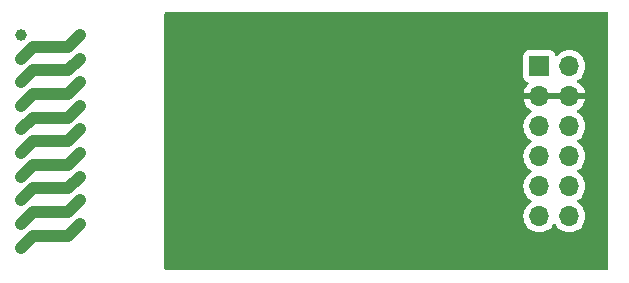
<source format=gbr>
%TF.GenerationSoftware,KiCad,Pcbnew,(6.0.7)*%
%TF.CreationDate,2022-10-03T21:19:44+02:00*%
%TF.ProjectId,RFM9xW_868_PMOD,52464d39-7857-45f3-9836-385f504d4f44,rev?*%
%TF.SameCoordinates,Original*%
%TF.FileFunction,Copper,L2,Bot*%
%TF.FilePolarity,Positive*%
%FSLAX46Y46*%
G04 Gerber Fmt 4.6, Leading zero omitted, Abs format (unit mm)*
G04 Created by KiCad (PCBNEW (6.0.7)) date 2022-10-03 21:19:44*
%MOMM*%
%LPD*%
G01*
G04 APERTURE LIST*
%TA.AperFunction,EtchedComponent*%
%ADD10C,1.000000*%
%TD*%
%TA.AperFunction,ComponentPad*%
%ADD11R,1.700000X1.700000*%
%TD*%
%TA.AperFunction,ComponentPad*%
%ADD12O,1.700000X1.700000*%
%TD*%
%TA.AperFunction,ComponentPad*%
%ADD13C,1.000000*%
%TD*%
G04 APERTURE END LIST*
D10*
%TO.C,AE1*%
X106960000Y-41530000D02*
X109960000Y-41530000D01*
X106960000Y-45530000D02*
X109960000Y-45530000D01*
X109960000Y-41530000D02*
X110960000Y-40530000D01*
X109960000Y-43530000D02*
X110960000Y-42530000D01*
X109960000Y-53530000D02*
X110960000Y-52530000D01*
X105960000Y-54530000D02*
X106960000Y-53530000D01*
X106960000Y-57530000D02*
X109960000Y-57530000D01*
X105960000Y-44530000D02*
X106960000Y-43530000D01*
X106960000Y-51530000D02*
X109960000Y-51530000D01*
X106960000Y-53530000D02*
X109960000Y-53530000D01*
X105960000Y-46530000D02*
X106960000Y-45530000D01*
X109960000Y-57530000D02*
X110960000Y-56530000D01*
X109960000Y-55530000D02*
X110960000Y-54530000D01*
X106960000Y-47530000D02*
X109960000Y-47530000D01*
X106960000Y-55530000D02*
X109960000Y-55530000D01*
X109960000Y-51530000D02*
X110960000Y-50530000D01*
X105960000Y-56530000D02*
X106960000Y-55530000D01*
X105960000Y-58530000D02*
X106960000Y-57530000D01*
X106960000Y-49530000D02*
X109960000Y-49530000D01*
X109960000Y-49530000D02*
X110960000Y-48530000D01*
X105960000Y-42530000D02*
X106960000Y-41530000D01*
X109960000Y-47530000D02*
X110960000Y-46530000D01*
X105960000Y-48530000D02*
X106960000Y-47530000D01*
X109960000Y-45530000D02*
X110960000Y-44530000D01*
X105960000Y-52530000D02*
X106960000Y-51530000D01*
X106960000Y-43530000D02*
X109960000Y-43530000D01*
X105960000Y-50530000D02*
X106960000Y-49530000D01*
%TD*%
D11*
%TO.P,J1,1,Pin_1*%
%TO.N,VCC*%
X149860000Y-43180000D03*
D12*
%TO.P,J1,2,Pin_2*%
X152400000Y-43180000D03*
%TO.P,J1,3,Pin_3*%
%TO.N,GND*%
X149860000Y-45720000D03*
%TO.P,J1,4,Pin_4*%
X152400000Y-45720000D03*
%TO.P,J1,5,Pin_5*%
%TO.N,SCK*%
X149860000Y-48260000D03*
%TO.P,J1,6,Pin_6*%
%TO.N,unconnected-(J1-Pad6)*%
X152400000Y-48260000D03*
%TO.P,J1,7,Pin_7*%
%TO.N,MISO*%
X149860000Y-50800000D03*
%TO.P,J1,8,Pin_8*%
%TO.N,unconnected-(J1-Pad8)*%
X152400000Y-50800000D03*
%TO.P,J1,9,Pin_9*%
%TO.N,MOSI*%
X149860000Y-53340000D03*
%TO.P,J1,10,Pin_10*%
%TO.N,nRESET*%
X152400000Y-53340000D03*
%TO.P,J1,11,Pin_11*%
%TO.N,nCS*%
X149860000Y-55880000D03*
%TO.P,J1,12,Pin_12*%
%TO.N,DIO0*%
X152400000Y-55880000D03*
%TD*%
D13*
%TO.P,AE1,*%
%TO.N,*%
X105960000Y-44530000D03*
X110960000Y-56530000D03*
X110960000Y-54530000D03*
X110960000Y-46530000D03*
X110960000Y-40530000D03*
X105960000Y-46530000D03*
X105960000Y-52530000D03*
X105960000Y-48530000D03*
X105960000Y-54530000D03*
X105960000Y-58530000D03*
X105960000Y-56530000D03*
X105960000Y-50530000D03*
X110960000Y-48530000D03*
X110960000Y-44530000D03*
X105960000Y-40530000D03*
X110960000Y-42530000D03*
X110960000Y-50530000D03*
X110960000Y-52530000D03*
X105960000Y-42530000D03*
%TD*%
%TA.AperFunction,Conductor*%
%TO.N,GND*%
G36*
X155651621Y-38620502D02*
G01*
X155698114Y-38674158D01*
X155709500Y-38726500D01*
X155709500Y-60333500D01*
X155689498Y-60401621D01*
X155635842Y-60448114D01*
X155583500Y-60459500D01*
X118236000Y-60459500D01*
X118167879Y-60439498D01*
X118121386Y-60385842D01*
X118110000Y-60333500D01*
X118110000Y-55880000D01*
X148504341Y-55880000D01*
X148524937Y-56115408D01*
X148586097Y-56343663D01*
X148588419Y-56348643D01*
X148588420Y-56348645D01*
X148670121Y-56523851D01*
X148685965Y-56557829D01*
X148821505Y-56751401D01*
X148988599Y-56918495D01*
X148993107Y-56921652D01*
X148993110Y-56921654D01*
X149177661Y-57050878D01*
X149182170Y-57054035D01*
X149187152Y-57056358D01*
X149187157Y-57056361D01*
X149391355Y-57151580D01*
X149396337Y-57153903D01*
X149401645Y-57155325D01*
X149401647Y-57155326D01*
X149619277Y-57213639D01*
X149624592Y-57215063D01*
X149860000Y-57235659D01*
X150095408Y-57215063D01*
X150100723Y-57213639D01*
X150318353Y-57155326D01*
X150318355Y-57155325D01*
X150323663Y-57153903D01*
X150328645Y-57151580D01*
X150532843Y-57056361D01*
X150532848Y-57056358D01*
X150537830Y-57054035D01*
X150542339Y-57050878D01*
X150726890Y-56921654D01*
X150726893Y-56921652D01*
X150731401Y-56918495D01*
X150898495Y-56751401D01*
X151026787Y-56568180D01*
X151082244Y-56523851D01*
X151152863Y-56516542D01*
X151216224Y-56548572D01*
X151233212Y-56568179D01*
X151361505Y-56751401D01*
X151528599Y-56918495D01*
X151533107Y-56921652D01*
X151533110Y-56921654D01*
X151717661Y-57050878D01*
X151722170Y-57054035D01*
X151727152Y-57056358D01*
X151727157Y-57056361D01*
X151931355Y-57151580D01*
X151936337Y-57153903D01*
X151941645Y-57155325D01*
X151941647Y-57155326D01*
X152159277Y-57213639D01*
X152164592Y-57215063D01*
X152400000Y-57235659D01*
X152635408Y-57215063D01*
X152640723Y-57213639D01*
X152858353Y-57155326D01*
X152858355Y-57155325D01*
X152863663Y-57153903D01*
X152868645Y-57151580D01*
X153072843Y-57056361D01*
X153072848Y-57056358D01*
X153077830Y-57054035D01*
X153082339Y-57050878D01*
X153266890Y-56921654D01*
X153266893Y-56921652D01*
X153271401Y-56918495D01*
X153438495Y-56751401D01*
X153574035Y-56557829D01*
X153589880Y-56523851D01*
X153671580Y-56348645D01*
X153671581Y-56348643D01*
X153673903Y-56343663D01*
X153735063Y-56115408D01*
X153755659Y-55880000D01*
X153735063Y-55644592D01*
X153673903Y-55416337D01*
X153593288Y-55243458D01*
X153576358Y-55207152D01*
X153576356Y-55207149D01*
X153574035Y-55202171D01*
X153438495Y-55008599D01*
X153271401Y-54841505D01*
X153266893Y-54838348D01*
X153266890Y-54838346D01*
X153139408Y-54749082D01*
X153088181Y-54713213D01*
X153043853Y-54657756D01*
X153036544Y-54587137D01*
X153068575Y-54523776D01*
X153088181Y-54506787D01*
X153266890Y-54381654D01*
X153266893Y-54381652D01*
X153271401Y-54378495D01*
X153438495Y-54211401D01*
X153574035Y-54017829D01*
X153589880Y-53983851D01*
X153671580Y-53808645D01*
X153671581Y-53808643D01*
X153673903Y-53803663D01*
X153735063Y-53575408D01*
X153755659Y-53340000D01*
X153735063Y-53104592D01*
X153673903Y-52876337D01*
X153593288Y-52703458D01*
X153576358Y-52667152D01*
X153576356Y-52667149D01*
X153574035Y-52662171D01*
X153438495Y-52468599D01*
X153271401Y-52301505D01*
X153266893Y-52298348D01*
X153266890Y-52298346D01*
X153139408Y-52209082D01*
X153088181Y-52173213D01*
X153043853Y-52117756D01*
X153036544Y-52047137D01*
X153068575Y-51983776D01*
X153088181Y-51966787D01*
X153266890Y-51841654D01*
X153266893Y-51841652D01*
X153271401Y-51838495D01*
X153438495Y-51671401D01*
X153574035Y-51477829D01*
X153589880Y-51443851D01*
X153671580Y-51268645D01*
X153671581Y-51268643D01*
X153673903Y-51263663D01*
X153735063Y-51035408D01*
X153755659Y-50800000D01*
X153735063Y-50564592D01*
X153673903Y-50336337D01*
X153593288Y-50163458D01*
X153576358Y-50127152D01*
X153576356Y-50127149D01*
X153574035Y-50122171D01*
X153438495Y-49928599D01*
X153271401Y-49761505D01*
X153266893Y-49758348D01*
X153266890Y-49758346D01*
X153139408Y-49669082D01*
X153088181Y-49633213D01*
X153043853Y-49577756D01*
X153036544Y-49507137D01*
X153068575Y-49443776D01*
X153088181Y-49426787D01*
X153266890Y-49301654D01*
X153266893Y-49301652D01*
X153271401Y-49298495D01*
X153438495Y-49131401D01*
X153574035Y-48937829D01*
X153589880Y-48903851D01*
X153671580Y-48728645D01*
X153671581Y-48728643D01*
X153673903Y-48723663D01*
X153735063Y-48495408D01*
X153755659Y-48260000D01*
X153735063Y-48024592D01*
X153673903Y-47796337D01*
X153593288Y-47623458D01*
X153576358Y-47587152D01*
X153576356Y-47587149D01*
X153574035Y-47582171D01*
X153438495Y-47388599D01*
X153271401Y-47221505D01*
X153266893Y-47218348D01*
X153266890Y-47218346D01*
X153095336Y-47098223D01*
X153051008Y-47042766D01*
X153043699Y-46972147D01*
X153075730Y-46908786D01*
X153098019Y-46890860D01*
X153097737Y-46890465D01*
X153275328Y-46763792D01*
X153283200Y-46757139D01*
X153434052Y-46606812D01*
X153440730Y-46598965D01*
X153565003Y-46426020D01*
X153570313Y-46417183D01*
X153664670Y-46226267D01*
X153668469Y-46216672D01*
X153730377Y-46012910D01*
X153732555Y-46002837D01*
X153733986Y-45991962D01*
X153731775Y-45977778D01*
X153718617Y-45974000D01*
X148543225Y-45974000D01*
X148529694Y-45977973D01*
X148528257Y-45987966D01*
X148558565Y-46122446D01*
X148561645Y-46132275D01*
X148641770Y-46329603D01*
X148646413Y-46338794D01*
X148757694Y-46520388D01*
X148763777Y-46528699D01*
X148903213Y-46689667D01*
X148910580Y-46696883D01*
X149074434Y-46832916D01*
X149082876Y-46838828D01*
X149159612Y-46883669D01*
X149208335Y-46935308D01*
X149221406Y-47005091D01*
X149194674Y-47070863D01*
X149168312Y-47095669D01*
X148988599Y-47221505D01*
X148821505Y-47388599D01*
X148685965Y-47582171D01*
X148683644Y-47587149D01*
X148683642Y-47587152D01*
X148666712Y-47623458D01*
X148586097Y-47796337D01*
X148524937Y-48024592D01*
X148504341Y-48260000D01*
X148524937Y-48495408D01*
X148586097Y-48723663D01*
X148588419Y-48728643D01*
X148588420Y-48728645D01*
X148670121Y-48903851D01*
X148685965Y-48937829D01*
X148821505Y-49131401D01*
X148988599Y-49298495D01*
X148993107Y-49301652D01*
X148993110Y-49301654D01*
X149171820Y-49426788D01*
X149216148Y-49482245D01*
X149223457Y-49552865D01*
X149191426Y-49616225D01*
X149171822Y-49633211D01*
X148988599Y-49761505D01*
X148821505Y-49928599D01*
X148685965Y-50122171D01*
X148683644Y-50127149D01*
X148683642Y-50127152D01*
X148666712Y-50163458D01*
X148586097Y-50336337D01*
X148524937Y-50564592D01*
X148504341Y-50800000D01*
X148524937Y-51035408D01*
X148586097Y-51263663D01*
X148588419Y-51268643D01*
X148588420Y-51268645D01*
X148670121Y-51443851D01*
X148685965Y-51477829D01*
X148821505Y-51671401D01*
X148988599Y-51838495D01*
X148993107Y-51841652D01*
X148993110Y-51841654D01*
X149171820Y-51966788D01*
X149216148Y-52022245D01*
X149223457Y-52092865D01*
X149191426Y-52156225D01*
X149171822Y-52173211D01*
X148988599Y-52301505D01*
X148821505Y-52468599D01*
X148685965Y-52662171D01*
X148683644Y-52667149D01*
X148683642Y-52667152D01*
X148666712Y-52703458D01*
X148586097Y-52876337D01*
X148524937Y-53104592D01*
X148504341Y-53340000D01*
X148524937Y-53575408D01*
X148586097Y-53803663D01*
X148588419Y-53808643D01*
X148588420Y-53808645D01*
X148670121Y-53983851D01*
X148685965Y-54017829D01*
X148821505Y-54211401D01*
X148988599Y-54378495D01*
X148993107Y-54381652D01*
X148993110Y-54381654D01*
X149171820Y-54506788D01*
X149216148Y-54562245D01*
X149223457Y-54632865D01*
X149191426Y-54696225D01*
X149171822Y-54713211D01*
X148988599Y-54841505D01*
X148821505Y-55008599D01*
X148685965Y-55202171D01*
X148683644Y-55207149D01*
X148683642Y-55207152D01*
X148666712Y-55243458D01*
X148586097Y-55416337D01*
X148524937Y-55644592D01*
X148504341Y-55880000D01*
X118110000Y-55880000D01*
X118110000Y-42282623D01*
X148509500Y-42282623D01*
X148509501Y-44077376D01*
X148516149Y-44138580D01*
X148566474Y-44272824D01*
X148571854Y-44280003D01*
X148571856Y-44280006D01*
X148647072Y-44380365D01*
X148652454Y-44387546D01*
X148659635Y-44392928D01*
X148759994Y-44468144D01*
X148759997Y-44468146D01*
X148767176Y-44473526D01*
X148850845Y-44504892D01*
X148886972Y-44518435D01*
X148943737Y-44561076D01*
X148968437Y-44627638D01*
X148953230Y-44696986D01*
X148933837Y-44723468D01*
X148804590Y-44858717D01*
X148798104Y-44866727D01*
X148678098Y-45042649D01*
X148673000Y-45051623D01*
X148583338Y-45244783D01*
X148579775Y-45254470D01*
X148524389Y-45454183D01*
X148525912Y-45462607D01*
X148538292Y-45466000D01*
X153718344Y-45466000D01*
X153731875Y-45462027D01*
X153733180Y-45452947D01*
X153691214Y-45285875D01*
X153687894Y-45276124D01*
X153602972Y-45080814D01*
X153598105Y-45071739D01*
X153482426Y-44892926D01*
X153476136Y-44884757D01*
X153332806Y-44727240D01*
X153325273Y-44720215D01*
X153158139Y-44588222D01*
X153149557Y-44582520D01*
X153103863Y-44557296D01*
X153053892Y-44506864D01*
X153039120Y-44437421D01*
X153064236Y-44371015D01*
X153092485Y-44343774D01*
X153266890Y-44221654D01*
X153266893Y-44221652D01*
X153271401Y-44218495D01*
X153438495Y-44051401D01*
X153574035Y-43857829D01*
X153673903Y-43643663D01*
X153735063Y-43415408D01*
X153755659Y-43180000D01*
X153735063Y-42944592D01*
X153673903Y-42716337D01*
X153574035Y-42502171D01*
X153438495Y-42308599D01*
X153271401Y-42141505D01*
X153266893Y-42138348D01*
X153266890Y-42138346D01*
X153082339Y-42009122D01*
X153082336Y-42009120D01*
X153077830Y-42005965D01*
X153072848Y-42003642D01*
X153072843Y-42003639D01*
X152868645Y-41908420D01*
X152868644Y-41908419D01*
X152863663Y-41906097D01*
X152858355Y-41904675D01*
X152858353Y-41904674D01*
X152640723Y-41846361D01*
X152640722Y-41846361D01*
X152635408Y-41844937D01*
X152400000Y-41824341D01*
X152164592Y-41844937D01*
X152159278Y-41846361D01*
X152159277Y-41846361D01*
X151941647Y-41904674D01*
X151941645Y-41904675D01*
X151936337Y-41906097D01*
X151931357Y-41908419D01*
X151931355Y-41908420D01*
X151727152Y-42003642D01*
X151727149Y-42003644D01*
X151722171Y-42005965D01*
X151528599Y-42141505D01*
X151408989Y-42261115D01*
X151346677Y-42295141D01*
X151275862Y-42290076D01*
X151219026Y-42247529D01*
X151201912Y-42216248D01*
X151156677Y-42095581D01*
X151156676Y-42095580D01*
X151153526Y-42087176D01*
X151148146Y-42079997D01*
X151148144Y-42079994D01*
X151072928Y-41979635D01*
X151067546Y-41972454D01*
X151060365Y-41967072D01*
X150960006Y-41891856D01*
X150960003Y-41891854D01*
X150952824Y-41886474D01*
X150845821Y-41846361D01*
X150825975Y-41838921D01*
X150825973Y-41838921D01*
X150818580Y-41836149D01*
X150810730Y-41835296D01*
X150810729Y-41835296D01*
X150760774Y-41829869D01*
X150760773Y-41829869D01*
X150757377Y-41829500D01*
X149860132Y-41829500D01*
X148962624Y-41829501D01*
X148959230Y-41829870D01*
X148959224Y-41829870D01*
X148909278Y-41835295D01*
X148909274Y-41835296D01*
X148901420Y-41836149D01*
X148767176Y-41886474D01*
X148759997Y-41891854D01*
X148759994Y-41891856D01*
X148659635Y-41967072D01*
X148652454Y-41972454D01*
X148647072Y-41979635D01*
X148571856Y-42079994D01*
X148571854Y-42079997D01*
X148566474Y-42087176D01*
X148516149Y-42221420D01*
X148515296Y-42229270D01*
X148515296Y-42229271D01*
X148511837Y-42261115D01*
X148509500Y-42282623D01*
X118110000Y-42282623D01*
X118110000Y-38726500D01*
X118130002Y-38658379D01*
X118183658Y-38611886D01*
X118236000Y-38600500D01*
X155583500Y-38600500D01*
X155651621Y-38620502D01*
G37*
%TD.AperFunction*%
%TD*%
M02*

</source>
